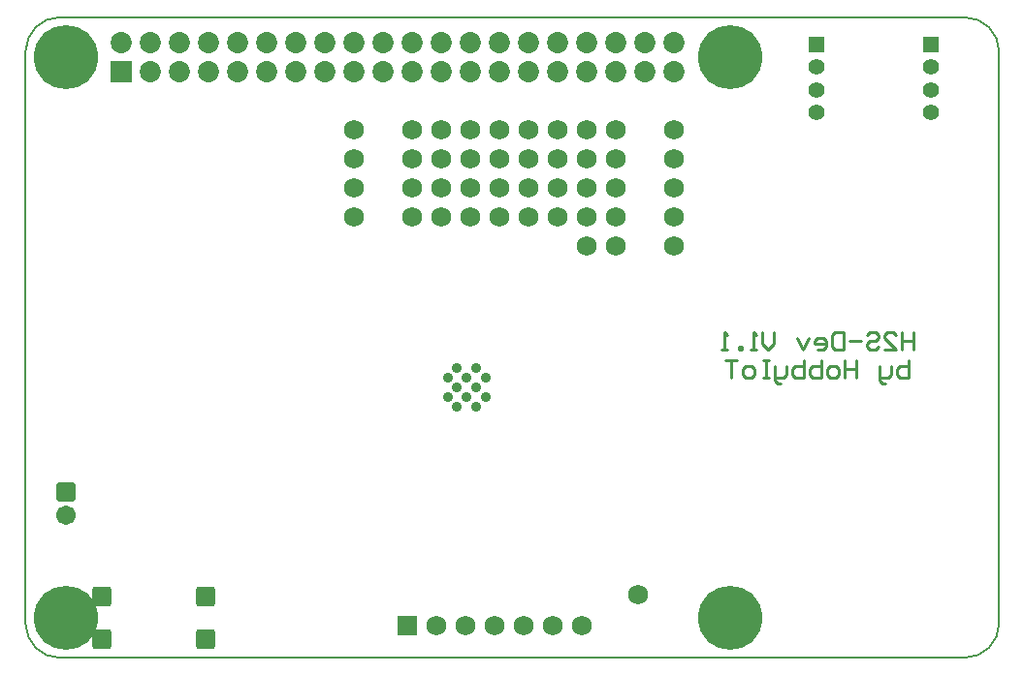
<source format=gbs>
G04*
G04 #@! TF.GenerationSoftware,Altium Limited,CircuitMaker,2.2.1 (2.2.1.6)*
G04*
G04 Layer_Color=8150272*
%FSLAX44Y44*%
%MOMM*%
G71*
G04*
G04 #@! TF.SameCoordinates,9F1E3F87-7A7F-4E4B-B1B4-4F695BE8A883*
G04*
G04*
G04 #@! TF.FilePolarity,Negative*
G04*
G01*
G75*
%ADD11C,0.2540*%
%ADD14C,0.2000*%
%ADD65C,1.7532*%
%ADD66C,1.8542*%
%ADD67R,1.8542X1.8542*%
G04:AMPARAMS|DCode=68|XSize=1.7272mm|YSize=1.7272mm|CornerRadius=0.2921mm|HoleSize=0mm|Usage=FLASHONLY|Rotation=0.000|XOffset=0mm|YOffset=0mm|HoleType=Round|Shape=RoundedRectangle|*
%AMROUNDEDRECTD68*
21,1,1.7272,1.1430,0,0,0.0*
21,1,1.1430,1.7272,0,0,0.0*
1,1,0.5842,0.5715,-0.5715*
1,1,0.5842,-0.5715,-0.5715*
1,1,0.5842,-0.5715,0.5715*
1,1,0.5842,0.5715,0.5715*
%
%ADD68ROUNDEDRECTD68*%
%ADD69C,1.7272*%
%ADD70R,1.7272X1.7272*%
%ADD71C,5.6000*%
%ADD72R,1.4032X1.4032*%
%ADD73C,1.4032*%
%ADD74C,1.7032*%
G04:AMPARAMS|DCode=75|XSize=1.7032mm|YSize=1.7032mm|CornerRadius=0.2891mm|HoleSize=0mm|Usage=FLASHONLY|Rotation=90.000|XOffset=0mm|YOffset=0mm|HoleType=Round|Shape=RoundedRectangle|*
%AMROUNDEDRECTD75*
21,1,1.7032,1.1250,0,0,90.0*
21,1,1.1250,1.7032,0,0,90.0*
1,1,0.5782,0.5625,0.5625*
1,1,0.5782,0.5625,-0.5625*
1,1,0.5782,-0.5625,-0.5625*
1,1,0.5782,-0.5625,0.5625*
%
%ADD75ROUNDEDRECTD75*%
%ADD76C,0.8832*%
D11*
X739993Y249846D02*
Y234611D01*
Y242228D01*
X729836D01*
Y249846D01*
Y234611D01*
X714601D02*
X724758D01*
X714601Y244767D01*
Y247306D01*
X717140Y249846D01*
X722219D01*
X724758Y247306D01*
X699366D02*
X701905Y249846D01*
X706983D01*
X709523Y247306D01*
Y244767D01*
X706983Y242228D01*
X701905D01*
X699366Y239689D01*
Y237150D01*
X701905Y234611D01*
X706983D01*
X709523Y237150D01*
X694288Y242228D02*
X684131D01*
X679053Y249846D02*
Y234611D01*
X671435D01*
X668896Y237150D01*
Y247306D01*
X671435Y249846D01*
X679053D01*
X656200Y234611D02*
X661278D01*
X663818Y237150D01*
Y242228D01*
X661278Y244767D01*
X656200D01*
X653661Y242228D01*
Y239689D01*
X663818D01*
X648582Y244767D02*
X643504Y234611D01*
X638426Y244767D01*
X618112Y249846D02*
Y239689D01*
X613034Y234611D01*
X607956Y239689D01*
Y249846D01*
X602877Y234611D02*
X597799D01*
X600338D01*
Y249846D01*
X602877Y247306D01*
X590181Y234611D02*
Y237150D01*
X587642D01*
Y234611D01*
X590181D01*
X577486D02*
X572407D01*
X574946D01*
Y249846D01*
X577486Y247306D01*
X736184Y225468D02*
Y210233D01*
X728567D01*
X726027Y212772D01*
Y215311D01*
Y217850D01*
X728567Y220389D01*
X736184D01*
X720949D02*
Y212772D01*
X718410Y210233D01*
X710792D01*
Y207693D01*
X713332Y205154D01*
X715871D01*
X710792Y210233D02*
Y220389D01*
X690479Y225468D02*
Y210233D01*
Y217850D01*
X680322D01*
Y225468D01*
Y210233D01*
X672705D02*
X667626D01*
X665087Y212772D01*
Y217850D01*
X667626Y220389D01*
X672705D01*
X675244Y217850D01*
Y212772D01*
X672705Y210233D01*
X660009Y225468D02*
Y210233D01*
X652391D01*
X649852Y212772D01*
Y215311D01*
Y217850D01*
X652391Y220389D01*
X660009D01*
X644774Y225468D02*
Y210233D01*
X637156D01*
X634617Y212772D01*
Y215311D01*
Y217850D01*
X637156Y220389D01*
X644774D01*
X629539D02*
Y212772D01*
X626999Y210233D01*
X619382D01*
Y207693D01*
X621921Y205154D01*
X624460D01*
X619382Y210233D02*
Y220389D01*
X614304Y225468D02*
X609225D01*
X611764D01*
Y210233D01*
X614304D01*
X609225D01*
X599068D02*
X593990D01*
X591451Y212772D01*
Y217850D01*
X593990Y220389D01*
X599068D01*
X601608Y217850D01*
Y212772D01*
X599068Y210233D01*
X586373Y225468D02*
X576216D01*
X581294D01*
Y210233D01*
D14*
X-35000Y-5000D02*
G03*
X-5000Y-35000I30000J0D01*
G01*
X785000D02*
G03*
X815000Y-5000I0J30000D01*
G01*
Y495000D02*
G03*
X785000Y525000I-30000J0D01*
G01*
X-5000D02*
G03*
X-35000Y495000I0J-30000D01*
G01*
X-5000Y-35000D02*
X785000D01*
X-5000Y525000D02*
X785000D01*
X815000Y-5000D02*
Y495000D01*
X-35000Y-5000D02*
Y495000D01*
D65*
X500000Y20000D02*
D03*
X531300Y401100D02*
D03*
Y426500D02*
D03*
X480500Y375700D02*
D03*
Y350300D02*
D03*
Y426500D02*
D03*
Y401100D02*
D03*
X251900D02*
D03*
Y426500D02*
D03*
Y350300D02*
D03*
Y375700D02*
D03*
X455100Y401100D02*
D03*
Y426500D02*
D03*
Y350300D02*
D03*
Y375700D02*
D03*
X429700Y401100D02*
D03*
Y426500D02*
D03*
Y350300D02*
D03*
Y375700D02*
D03*
X404300Y401100D02*
D03*
Y426500D02*
D03*
Y350300D02*
D03*
Y375700D02*
D03*
X531300D02*
D03*
Y324900D02*
D03*
Y350300D02*
D03*
X302700Y375700D02*
D03*
Y350300D02*
D03*
Y426500D02*
D03*
Y401100D02*
D03*
X480500Y324900D02*
D03*
X455100D02*
D03*
X328100Y375700D02*
D03*
X353500D02*
D03*
X328100Y350300D02*
D03*
X353500D02*
D03*
X328100Y426500D02*
D03*
X353500D02*
D03*
X328100Y401100D02*
D03*
X353500D02*
D03*
X378900Y375700D02*
D03*
Y350300D02*
D03*
Y426500D02*
D03*
Y401100D02*
D03*
D66*
X353500Y477300D02*
D03*
X378900D02*
D03*
X404300D02*
D03*
X429700D02*
D03*
X455100D02*
D03*
X480500D02*
D03*
X505900D02*
D03*
X531300D02*
D03*
X74100D02*
D03*
X328100D02*
D03*
X302700D02*
D03*
X277300D02*
D03*
X251900D02*
D03*
X226500D02*
D03*
X201100D02*
D03*
X175700D02*
D03*
X150300D02*
D03*
X124900D02*
D03*
X99500D02*
D03*
Y502700D02*
D03*
X124900D02*
D03*
X150300D02*
D03*
X175700D02*
D03*
X201100D02*
D03*
X226500D02*
D03*
X251900D02*
D03*
X277300D02*
D03*
X302700D02*
D03*
X328100D02*
D03*
X353500D02*
D03*
X378900D02*
D03*
X404300D02*
D03*
X429700D02*
D03*
X455100D02*
D03*
X480500D02*
D03*
X505900D02*
D03*
X531300D02*
D03*
X48700D02*
D03*
X74100D02*
D03*
D67*
X48700Y477300D02*
D03*
D68*
X122200Y18410D02*
D03*
X31820Y-18320D02*
D03*
X122180D02*
D03*
X31800Y18410D02*
D03*
D69*
X348800Y-7000D02*
D03*
X374200D02*
D03*
X323400D02*
D03*
X450400D02*
D03*
X425000D02*
D03*
X399600D02*
D03*
D70*
X298000D02*
D03*
D71*
X580000Y0D02*
D03*
Y490000D02*
D03*
X0Y490000D02*
D03*
Y0D02*
D03*
D72*
X755573Y501500D02*
D03*
X655573D02*
D03*
D73*
X755573Y481500D02*
D03*
Y461500D02*
D03*
X755827Y441500D02*
D03*
X655573Y481500D02*
D03*
Y461500D02*
D03*
X655827Y441500D02*
D03*
D74*
X0Y90000D02*
D03*
D75*
Y110000D02*
D03*
D76*
X341800Y184850D02*
D03*
X358300Y201350D02*
D03*
Y184850D02*
D03*
X341800Y201350D02*
D03*
X366500Y209650D02*
D03*
X350000D02*
D03*
X333500D02*
D03*
X366500Y193050D02*
D03*
X350000D02*
D03*
X333500D02*
D03*
X358300Y217950D02*
D03*
X341800D02*
D03*
M02*

</source>
